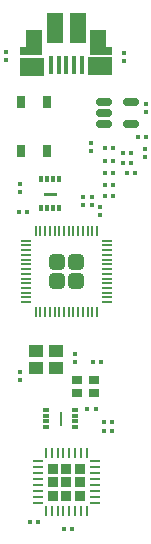
<source format=gbr>
%TF.GenerationSoftware,KiCad,Pcbnew,7.0.7*%
%TF.CreationDate,2023-09-13T09:18:23+07:00*%
%TF.ProjectId,Pico2040-Modular-Rev2-W,5069636f-3230-4343-902d-4d6f64756c61,rev?*%
%TF.SameCoordinates,Original*%
%TF.FileFunction,Paste,Top*%
%TF.FilePolarity,Positive*%
%FSLAX46Y46*%
G04 Gerber Fmt 4.6, Leading zero omitted, Abs format (unit mm)*
G04 Created by KiCad (PCBNEW 7.0.7) date 2023-09-13 09:18:23*
%MOMM*%
%LPD*%
G01*
G04 APERTURE LIST*
G04 Aperture macros list*
%AMRoundRect*
0 Rectangle with rounded corners*
0 $1 Rounding radius*
0 $2 $3 $4 $5 $6 $7 $8 $9 X,Y pos of 4 corners*
0 Add a 4 corners polygon primitive as box body*
4,1,4,$2,$3,$4,$5,$6,$7,$8,$9,$2,$3,0*
0 Add four circle primitives for the rounded corners*
1,1,$1+$1,$2,$3*
1,1,$1+$1,$4,$5*
1,1,$1+$1,$6,$7*
1,1,$1+$1,$8,$9*
0 Add four rect primitives between the rounded corners*
20,1,$1+$1,$2,$3,$4,$5,0*
20,1,$1+$1,$4,$5,$6,$7,0*
20,1,$1+$1,$6,$7,$8,$9,0*
20,1,$1+$1,$8,$9,$2,$3,0*%
G04 Aperture macros list end*
%ADD10C,0.010000*%
%ADD11RoundRect,0.079500X-0.100500X0.079500X-0.100500X-0.079500X0.100500X-0.079500X0.100500X0.079500X0*%
%ADD12RoundRect,0.079500X-0.079500X-0.100500X0.079500X-0.100500X0.079500X0.100500X-0.079500X0.100500X0*%
%ADD13R,0.400000X1.650000*%
%ADD14R,1.825000X0.700000*%
%ADD15R,2.000000X1.500000*%
%ADD16R,1.350000X2.000000*%
%ADD17R,1.430000X2.500000*%
%ADD18RoundRect,0.014000X0.161000X-0.231000X0.161000X0.231000X-0.161000X0.231000X-0.161000X-0.231000X0*%
%ADD19RoundRect,0.232500X0.232500X-0.232500X0.232500X0.232500X-0.232500X0.232500X-0.232500X-0.232500X0*%
%ADD20RoundRect,0.062500X0.062500X-0.375000X0.062500X0.375000X-0.062500X0.375000X-0.062500X-0.375000X0*%
%ADD21RoundRect,0.062500X0.375000X-0.062500X0.375000X0.062500X-0.375000X0.062500X-0.375000X-0.062500X0*%
%ADD22R,0.900000X0.800000*%
%ADD23RoundRect,0.079500X0.079500X0.100500X-0.079500X0.100500X-0.079500X-0.100500X0.079500X-0.100500X0*%
%ADD24R,1.150000X1.000000*%
%ADD25RoundRect,0.079500X0.100500X-0.079500X0.100500X0.079500X-0.100500X0.079500X-0.100500X-0.079500X0*%
%ADD26RoundRect,0.150000X-0.512500X-0.150000X0.512500X-0.150000X0.512500X0.150000X-0.512500X0.150000X0*%
%ADD27RoundRect,0.014000X0.231000X0.161000X-0.231000X0.161000X-0.231000X-0.161000X0.231000X-0.161000X0*%
%ADD28R,0.650000X1.050000*%
%ADD29RoundRect,0.249999X-0.395001X-0.395001X0.395001X-0.395001X0.395001X0.395001X-0.395001X0.395001X0*%
%ADD30RoundRect,0.050000X-0.387500X-0.050000X0.387500X-0.050000X0.387500X0.050000X-0.387500X0.050000X0*%
%ADD31RoundRect,0.050000X-0.050000X-0.387500X0.050000X-0.387500X0.050000X0.387500X-0.050000X0.387500X0*%
G04 APERTURE END LIST*
%TO.C,U3*%
D10*
X109160000Y-65840000D02*
X108140000Y-65840000D01*
X108140000Y-65720000D01*
X109160000Y-65720000D01*
X109160000Y-65840000D01*
G36*
X109160000Y-65840000D02*
G01*
X108140000Y-65840000D01*
X108140000Y-65720000D01*
X109160000Y-65720000D01*
X109160000Y-65840000D01*
G37*
%TO.C,U5*%
X109640000Y-85310000D02*
X109520000Y-85310000D01*
X109520000Y-84290000D01*
X109640000Y-84290000D01*
X109640000Y-85310000D01*
G36*
X109640000Y-85310000D02*
G01*
X109520000Y-85310000D01*
X109520000Y-84290000D01*
X109640000Y-84290000D01*
X109640000Y-85310000D01*
G37*
%TD*%
D11*
%TO.C,D1*%
X114915000Y-53845000D03*
X114915000Y-54535000D03*
%TD*%
D12*
%TO.C,C9*%
X113310000Y-65000000D03*
X114000000Y-65000000D03*
%TD*%
D13*
%TO.C,J1*%
X111350000Y-54880000D03*
X110700000Y-54880000D03*
X110050000Y-54880000D03*
X109400000Y-54880000D03*
X108750000Y-54880000D03*
D14*
X113000000Y-53680000D03*
D15*
X112900000Y-54980000D03*
D16*
X112780000Y-52930000D03*
D17*
X111010000Y-51730000D03*
X109090000Y-51730000D03*
D16*
X107300000Y-52930000D03*
D15*
X107150000Y-55000000D03*
D14*
X107050000Y-53680000D03*
%TD*%
D11*
%TO.C,C13*%
X116800000Y-58155000D03*
X116800000Y-58845000D03*
%TD*%
D12*
%TO.C,C10*%
X113310000Y-66000000D03*
X114000000Y-66000000D03*
%TD*%
%TO.C,C18*%
X109850000Y-94150000D03*
X110540000Y-94150000D03*
%TD*%
D18*
%TO.C,U3*%
X107900000Y-67000000D03*
X108400000Y-67000000D03*
X108900000Y-67000000D03*
X109400000Y-67000000D03*
X109400000Y-64560000D03*
X108900000Y-64560000D03*
X108400000Y-64560000D03*
X107900000Y-64560000D03*
%TD*%
D19*
%TO.C,U4*%
X108912500Y-91337500D03*
X110062500Y-91337500D03*
X111212500Y-91337500D03*
X108912500Y-90187500D03*
X110062500Y-90187500D03*
X111212500Y-90187500D03*
X108912500Y-89037500D03*
X110062500Y-89037500D03*
X111212500Y-89037500D03*
D20*
X108312500Y-92625000D03*
X108812500Y-92625000D03*
X109312500Y-92625000D03*
X109812500Y-92625000D03*
X110312500Y-92625000D03*
X110812500Y-92625000D03*
X111312500Y-92625000D03*
X111812500Y-92625000D03*
D21*
X112500000Y-91937500D03*
X112500000Y-91437500D03*
X112500000Y-90937500D03*
X112500000Y-90437500D03*
X112500000Y-89937500D03*
X112500000Y-89437500D03*
X112500000Y-88937500D03*
X112500000Y-88437500D03*
D20*
X111812500Y-87750000D03*
X111312500Y-87750000D03*
X110812500Y-87750000D03*
X110312500Y-87750000D03*
X109812500Y-87750000D03*
X109312500Y-87750000D03*
X108812500Y-87750000D03*
X108312500Y-87750000D03*
D21*
X107625000Y-88437500D03*
X107625000Y-88937500D03*
X107625000Y-89437500D03*
X107625000Y-89937500D03*
X107625000Y-90437500D03*
X107625000Y-90937500D03*
X107625000Y-91437500D03*
X107625000Y-91937500D03*
%TD*%
D22*
%TO.C,Y2*%
X111000000Y-82600000D03*
X112400000Y-82600000D03*
X112400000Y-81500000D03*
X111000000Y-81500000D03*
%TD*%
D11*
%TO.C,R2*%
X112200000Y-66055000D03*
X112200000Y-66745000D03*
%TD*%
D12*
%TO.C,R3*%
X116110000Y-61000000D03*
X116800000Y-61000000D03*
%TD*%
D11*
%TO.C,C12*%
X112155000Y-61500000D03*
X112155000Y-62190000D03*
%TD*%
D12*
%TO.C,C3*%
X113270000Y-85820000D03*
X113960000Y-85820000D03*
%TD*%
D23*
%TO.C,R7*%
X107675000Y-93580000D03*
X106985000Y-93580000D03*
%TD*%
D24*
%TO.C,Y1*%
X107450000Y-80500000D03*
X109200000Y-80500000D03*
X109200000Y-79100000D03*
X107450000Y-79100000D03*
%TD*%
D12*
%TO.C,C16*%
X112310000Y-80050000D03*
X113000000Y-80050000D03*
%TD*%
D11*
%TO.C,R4*%
X116700000Y-61955000D03*
X116700000Y-62645000D03*
%TD*%
D25*
%TO.C,C1*%
X112900000Y-67550000D03*
X112900000Y-66860000D03*
%TD*%
D11*
%TO.C,R1*%
X111500000Y-66035000D03*
X111500000Y-66725000D03*
%TD*%
D12*
%TO.C,C7*%
X113310000Y-63000000D03*
X114000000Y-63000000D03*
%TD*%
%TO.C,C11*%
X115155000Y-64000000D03*
X115845000Y-64000000D03*
%TD*%
D25*
%TO.C,D2*%
X104930000Y-54470000D03*
X104930000Y-53780000D03*
%TD*%
D12*
%TO.C,C2*%
X113275000Y-85100000D03*
X113965000Y-85100000D03*
%TD*%
D11*
%TO.C,R6*%
X106130000Y-64910000D03*
X106130000Y-65600000D03*
%TD*%
D12*
%TO.C,C17*%
X111850000Y-84000000D03*
X112540000Y-84000000D03*
%TD*%
%TO.C,C8*%
X113310000Y-64000000D03*
X114000000Y-64000000D03*
%TD*%
D26*
%TO.C,U2*%
X113225000Y-58000000D03*
X113225000Y-58950000D03*
X113225000Y-59900000D03*
X115500000Y-59900000D03*
X115500000Y-58000000D03*
%TD*%
D12*
%TO.C,C5*%
X114855000Y-63200000D03*
X115545000Y-63200000D03*
%TD*%
%TO.C,C6*%
X113310000Y-61900000D03*
X114000000Y-61900000D03*
%TD*%
D11*
%TO.C,C14*%
X110755000Y-79305000D03*
X110755000Y-79995000D03*
%TD*%
D12*
%TO.C,C4*%
X114855000Y-62350000D03*
X115545000Y-62350000D03*
%TD*%
%TO.C,R5*%
X106010000Y-67300000D03*
X106700000Y-67300000D03*
%TD*%
D27*
%TO.C,U5*%
X110800000Y-85550000D03*
X110800000Y-85050000D03*
X110800000Y-84550000D03*
X110800000Y-84050000D03*
X108360000Y-84050000D03*
X108360000Y-84550000D03*
X108360000Y-85050000D03*
X108360000Y-85550000D03*
%TD*%
D11*
%TO.C,C15*%
X106150000Y-80825000D03*
X106150000Y-81515000D03*
%TD*%
D28*
%TO.C,SW1*%
X108400000Y-58000000D03*
X108400000Y-62150000D03*
X106250000Y-58000000D03*
X106250000Y-62125000D03*
%TD*%
D29*
%TO.C,U1*%
X109262500Y-71550000D03*
X109262500Y-73150000D03*
X110862500Y-71550000D03*
X110862500Y-73150000D03*
D30*
X106625000Y-69750000D03*
X106625000Y-70150000D03*
X106625000Y-70550000D03*
X106625000Y-70950000D03*
X106625000Y-71350000D03*
X106625000Y-71750000D03*
X106625000Y-72150000D03*
X106625000Y-72550000D03*
X106625000Y-72950000D03*
X106625000Y-73350000D03*
X106625000Y-73750000D03*
X106625000Y-74150000D03*
X106625000Y-74550000D03*
X106625000Y-74950000D03*
D31*
X107462500Y-75787500D03*
X107862500Y-75787500D03*
X108262500Y-75787500D03*
X108662500Y-75787500D03*
X109062500Y-75787500D03*
X109462500Y-75787500D03*
X109862500Y-75787500D03*
X110262500Y-75787500D03*
X110662500Y-75787500D03*
X111062500Y-75787500D03*
X111462500Y-75787500D03*
X111862500Y-75787500D03*
X112262500Y-75787500D03*
X112662500Y-75787500D03*
D30*
X113500000Y-74950000D03*
X113500000Y-74550000D03*
X113500000Y-74150000D03*
X113500000Y-73750000D03*
X113500000Y-73350000D03*
X113500000Y-72950000D03*
X113500000Y-72550000D03*
X113500000Y-72150000D03*
X113500000Y-71750000D03*
X113500000Y-71350000D03*
X113500000Y-70950000D03*
X113500000Y-70550000D03*
X113500000Y-70150000D03*
X113500000Y-69750000D03*
D31*
X112662500Y-68912500D03*
X112262500Y-68912500D03*
X111862500Y-68912500D03*
X111462500Y-68912500D03*
X111062500Y-68912500D03*
X110662500Y-68912500D03*
X110262500Y-68912500D03*
X109862500Y-68912500D03*
X109462500Y-68912500D03*
X109062500Y-68912500D03*
X108662500Y-68912500D03*
X108262500Y-68912500D03*
X107862500Y-68912500D03*
X107462500Y-68912500D03*
%TD*%
M02*

</source>
